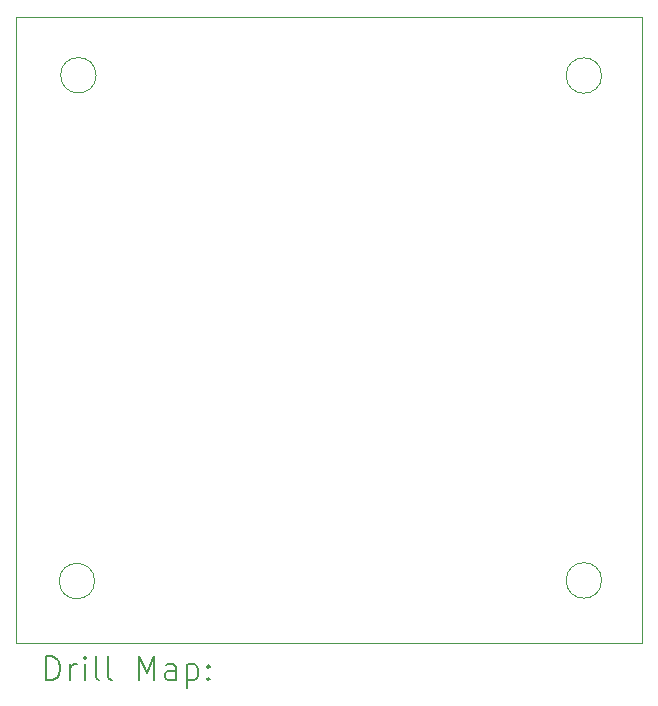
<source format=gbr>
%TF.GenerationSoftware,KiCad,Pcbnew,8.0.7*%
%TF.CreationDate,2025-07-06T21:47:40+02:00*%
%TF.ProjectId,modbus-to-x,6d6f6462-7573-42d7-946f-2d782e6b6963,rev?*%
%TF.SameCoordinates,Original*%
%TF.FileFunction,Drillmap*%
%TF.FilePolarity,Positive*%
%FSLAX45Y45*%
G04 Gerber Fmt 4.5, Leading zero omitted, Abs format (unit mm)*
G04 Created by KiCad (PCBNEW 8.0.7) date 2025-07-06 21:47:40*
%MOMM*%
%LPD*%
G01*
G04 APERTURE LIST*
%ADD10C,0.050000*%
%ADD11C,0.100000*%
%ADD12C,0.200000*%
G04 APERTURE END LIST*
D10*
X8417560Y-8278000D02*
G75*
G02*
X8117560Y-8278000I-150000J0D01*
G01*
X8117560Y-8278000D02*
G75*
G02*
X8417560Y-8278000I150000J0D01*
G01*
X12697600Y-12555080D02*
G75*
G02*
X12397600Y-12555080I-150000J0D01*
G01*
X12397600Y-12555080D02*
G75*
G02*
X12697600Y-12555080I150000J0D01*
G01*
X12697600Y-8280400D02*
G75*
G02*
X12397600Y-8280400I-150000J0D01*
G01*
X12397600Y-8280400D02*
G75*
G02*
X12697600Y-8280400I150000J0D01*
G01*
D11*
X7741920Y-7782560D02*
X13041920Y-7782560D01*
X13041920Y-13082560D01*
X7741920Y-13082560D01*
X7741920Y-7782560D01*
D10*
X8405000Y-12560440D02*
G75*
G02*
X8105000Y-12560440I-150000J0D01*
G01*
X8105000Y-12560440D02*
G75*
G02*
X8405000Y-12560440I150000J0D01*
G01*
D12*
X7997697Y-13399044D02*
X7997697Y-13199044D01*
X7997697Y-13199044D02*
X8045316Y-13199044D01*
X8045316Y-13199044D02*
X8073887Y-13208568D01*
X8073887Y-13208568D02*
X8092935Y-13227615D01*
X8092935Y-13227615D02*
X8102459Y-13246663D01*
X8102459Y-13246663D02*
X8111982Y-13284758D01*
X8111982Y-13284758D02*
X8111982Y-13313329D01*
X8111982Y-13313329D02*
X8102459Y-13351425D01*
X8102459Y-13351425D02*
X8092935Y-13370472D01*
X8092935Y-13370472D02*
X8073887Y-13389520D01*
X8073887Y-13389520D02*
X8045316Y-13399044D01*
X8045316Y-13399044D02*
X7997697Y-13399044D01*
X8197697Y-13399044D02*
X8197697Y-13265710D01*
X8197697Y-13303806D02*
X8207221Y-13284758D01*
X8207221Y-13284758D02*
X8216744Y-13275234D01*
X8216744Y-13275234D02*
X8235792Y-13265710D01*
X8235792Y-13265710D02*
X8254840Y-13265710D01*
X8321506Y-13399044D02*
X8321506Y-13265710D01*
X8321506Y-13199044D02*
X8311982Y-13208568D01*
X8311982Y-13208568D02*
X8321506Y-13218091D01*
X8321506Y-13218091D02*
X8331030Y-13208568D01*
X8331030Y-13208568D02*
X8321506Y-13199044D01*
X8321506Y-13199044D02*
X8321506Y-13218091D01*
X8445316Y-13399044D02*
X8426268Y-13389520D01*
X8426268Y-13389520D02*
X8416744Y-13370472D01*
X8416744Y-13370472D02*
X8416744Y-13199044D01*
X8550078Y-13399044D02*
X8531030Y-13389520D01*
X8531030Y-13389520D02*
X8521506Y-13370472D01*
X8521506Y-13370472D02*
X8521506Y-13199044D01*
X8778649Y-13399044D02*
X8778649Y-13199044D01*
X8778649Y-13199044D02*
X8845316Y-13341901D01*
X8845316Y-13341901D02*
X8911983Y-13199044D01*
X8911983Y-13199044D02*
X8911983Y-13399044D01*
X9092935Y-13399044D02*
X9092935Y-13294282D01*
X9092935Y-13294282D02*
X9083411Y-13275234D01*
X9083411Y-13275234D02*
X9064364Y-13265710D01*
X9064364Y-13265710D02*
X9026268Y-13265710D01*
X9026268Y-13265710D02*
X9007221Y-13275234D01*
X9092935Y-13389520D02*
X9073887Y-13399044D01*
X9073887Y-13399044D02*
X9026268Y-13399044D01*
X9026268Y-13399044D02*
X9007221Y-13389520D01*
X9007221Y-13389520D02*
X8997697Y-13370472D01*
X8997697Y-13370472D02*
X8997697Y-13351425D01*
X8997697Y-13351425D02*
X9007221Y-13332377D01*
X9007221Y-13332377D02*
X9026268Y-13322853D01*
X9026268Y-13322853D02*
X9073887Y-13322853D01*
X9073887Y-13322853D02*
X9092935Y-13313329D01*
X9188173Y-13265710D02*
X9188173Y-13465710D01*
X9188173Y-13275234D02*
X9207221Y-13265710D01*
X9207221Y-13265710D02*
X9245316Y-13265710D01*
X9245316Y-13265710D02*
X9264364Y-13275234D01*
X9264364Y-13275234D02*
X9273887Y-13284758D01*
X9273887Y-13284758D02*
X9283411Y-13303806D01*
X9283411Y-13303806D02*
X9283411Y-13360948D01*
X9283411Y-13360948D02*
X9273887Y-13379996D01*
X9273887Y-13379996D02*
X9264364Y-13389520D01*
X9264364Y-13389520D02*
X9245316Y-13399044D01*
X9245316Y-13399044D02*
X9207221Y-13399044D01*
X9207221Y-13399044D02*
X9188173Y-13389520D01*
X9369125Y-13379996D02*
X9378649Y-13389520D01*
X9378649Y-13389520D02*
X9369125Y-13399044D01*
X9369125Y-13399044D02*
X9359602Y-13389520D01*
X9359602Y-13389520D02*
X9369125Y-13379996D01*
X9369125Y-13379996D02*
X9369125Y-13399044D01*
X9369125Y-13275234D02*
X9378649Y-13284758D01*
X9378649Y-13284758D02*
X9369125Y-13294282D01*
X9369125Y-13294282D02*
X9359602Y-13284758D01*
X9359602Y-13284758D02*
X9369125Y-13275234D01*
X9369125Y-13275234D02*
X9369125Y-13294282D01*
M02*

</source>
